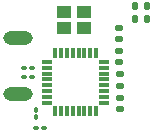
<source format=gts>
G04 #@! TF.GenerationSoftware,KiCad,Pcbnew,8.0.9-8.0.9-0~ubuntu22.04.1*
G04 #@! TF.CreationDate,2025-06-17T17:41:39-06:00*
G04 #@! TF.ProjectId,dongle,646f6e67-6c65-42e6-9b69-6361645f7063,rev?*
G04 #@! TF.SameCoordinates,Original*
G04 #@! TF.FileFunction,Soldermask,Top*
G04 #@! TF.FilePolarity,Negative*
%FSLAX46Y46*%
G04 Gerber Fmt 4.6, Leading zero omitted, Abs format (unit mm)*
G04 Created by KiCad (PCBNEW 8.0.9-8.0.9-0~ubuntu22.04.1) date 2025-06-17 17:41:39*
%MOMM*%
%LPD*%
G01*
G04 APERTURE LIST*
G04 Aperture macros list*
%AMRoundRect*
0 Rectangle with rounded corners*
0 $1 Rounding radius*
0 $2 $3 $4 $5 $6 $7 $8 $9 X,Y pos of 4 corners*
0 Add a 4 corners polygon primitive as box body*
4,1,4,$2,$3,$4,$5,$6,$7,$8,$9,$2,$3,0*
0 Add four circle primitives for the rounded corners*
1,1,$1+$1,$2,$3*
1,1,$1+$1,$4,$5*
1,1,$1+$1,$6,$7*
1,1,$1+$1,$8,$9*
0 Add four rect primitives between the rounded corners*
20,1,$1+$1,$2,$3,$4,$5,0*
20,1,$1+$1,$4,$5,$6,$7,0*
20,1,$1+$1,$6,$7,$8,$9,0*
20,1,$1+$1,$8,$9,$2,$3,0*%
G04 Aperture macros list end*
%ADD10RoundRect,0.147500X-0.147500X-0.172500X0.147500X-0.172500X0.147500X0.172500X-0.147500X0.172500X0*%
%ADD11R,0.850000X0.300000*%
%ADD12R,0.300000X0.850000*%
%ADD13RoundRect,0.100000X0.100000X-0.130000X0.100000X0.130000X-0.100000X0.130000X-0.100000X-0.130000X0*%
%ADD14RoundRect,0.140000X-0.170000X0.140000X-0.170000X-0.140000X0.170000X-0.140000X0.170000X0.140000X0*%
%ADD15RoundRect,0.100000X0.130000X0.100000X-0.130000X0.100000X-0.130000X-0.100000X0.130000X-0.100000X0*%
%ADD16RoundRect,0.147500X-0.172500X0.147500X-0.172500X-0.147500X0.172500X-0.147500X0.172500X0.147500X0*%
%ADD17RoundRect,0.100000X-0.130000X-0.100000X0.130000X-0.100000X0.130000X0.100000X-0.130000X0.100000X0*%
%ADD18R,1.200000X1.000000*%
%ADD19RoundRect,0.140000X0.140000X0.170000X-0.140000X0.170000X-0.140000X-0.170000X0.140000X-0.170000X0*%
%ADD20RoundRect,0.050000X-0.050000X0.050000X-0.050000X-0.050000X0.050000X-0.050000X0.050000X0.050000X0*%
%ADD21O,2.500000X1.200000*%
G04 APERTURE END LIST*
D10*
X152065000Y-89800000D03*
X153035000Y-89800000D03*
D11*
X144550000Y-94475000D03*
X144550000Y-94975000D03*
X144550000Y-95475000D03*
X144550000Y-95975000D03*
X144550000Y-96475000D03*
X144550000Y-96975000D03*
X144550000Y-97475000D03*
X144550000Y-97975000D03*
D12*
X145250000Y-98675000D03*
X145750000Y-98675000D03*
X146250000Y-98675000D03*
X146750000Y-98675000D03*
X147250000Y-98675000D03*
X147750000Y-98675000D03*
X148250000Y-98675000D03*
X148750000Y-98675000D03*
D11*
X149450000Y-97975000D03*
X149450000Y-97475000D03*
X149450000Y-96975000D03*
X149450000Y-96475000D03*
X149450000Y-95975000D03*
X149450000Y-95475000D03*
X149450000Y-94975000D03*
X149450000Y-94475000D03*
D12*
X148750000Y-93775000D03*
X148250000Y-93775000D03*
X147750000Y-93775000D03*
X147250000Y-93775000D03*
X146750000Y-93775000D03*
X146250000Y-93775000D03*
X145750000Y-93775000D03*
X145250000Y-93775000D03*
D13*
X143675002Y-99195000D03*
X143674998Y-98555000D03*
D14*
X150700000Y-91625000D03*
X150700000Y-92584998D03*
D15*
X144319998Y-100124997D03*
X143680002Y-100125003D03*
D16*
X150750000Y-95540000D03*
X150750000Y-96510000D03*
D17*
X142655000Y-95000000D03*
X143295000Y-95000000D03*
D18*
X146050000Y-91599998D03*
X147750000Y-91599998D03*
X147750000Y-90299998D03*
X146050000Y-90299998D03*
D16*
X150725000Y-97515000D03*
X150725000Y-98485000D03*
D17*
X142654999Y-95799999D03*
X143295001Y-95800001D03*
D19*
X153030000Y-90825000D03*
X152070000Y-90825000D03*
D20*
X153080002Y-89600002D03*
D16*
X150700000Y-93565000D03*
X150700000Y-94535000D03*
D21*
X142163495Y-97199998D03*
X142163504Y-92499997D03*
M02*

</source>
